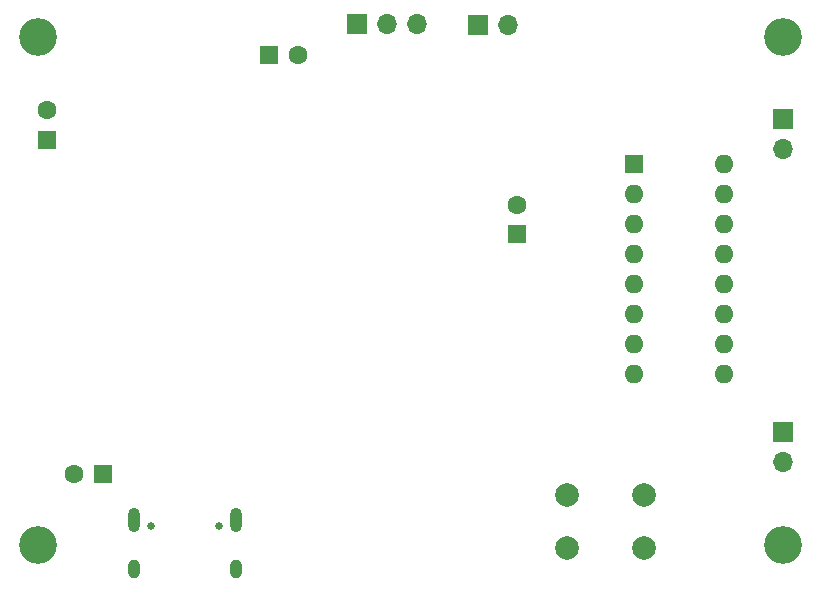
<source format=gbr>
%TF.GenerationSoftware,KiCad,Pcbnew,8.0.0*%
%TF.CreationDate,2024-04-09T18:41:08+07:00*%
%TF.ProjectId,robotika,726f626f-7469-46b6-912e-6b696361645f,rev?*%
%TF.SameCoordinates,Original*%
%TF.FileFunction,Soldermask,Bot*%
%TF.FilePolarity,Negative*%
%FSLAX46Y46*%
G04 Gerber Fmt 4.6, Leading zero omitted, Abs format (unit mm)*
G04 Created by KiCad (PCBNEW 8.0.0) date 2024-04-09 18:41:08*
%MOMM*%
%LPD*%
G01*
G04 APERTURE LIST*
%ADD10R,1.600000X1.600000*%
%ADD11O,1.600000X1.600000*%
%ADD12R,1.700000X1.700000*%
%ADD13O,1.700000X1.700000*%
%ADD14C,3.200000*%
%ADD15C,2.000000*%
%ADD16C,0.650000*%
%ADD17O,1.000000X2.100000*%
%ADD18O,1.000000X1.600000*%
%ADD19C,1.600000*%
G04 APERTURE END LIST*
D10*
%TO.C,U6*%
X153900000Y-84290000D03*
D11*
X153900000Y-86830000D03*
X153900000Y-89370000D03*
X153900000Y-91910000D03*
X153900000Y-94450000D03*
X153900000Y-96990000D03*
X153900000Y-99530000D03*
X153900000Y-102070000D03*
X161520000Y-102070000D03*
X161520000Y-99530000D03*
X161520000Y-96990000D03*
X161520000Y-94450000D03*
X161520000Y-91910000D03*
X161520000Y-89370000D03*
X161520000Y-86830000D03*
X161520000Y-84290000D03*
%TD*%
D12*
%TO.C,SW2*%
X130450000Y-72420000D03*
D13*
X132990000Y-72420000D03*
X135530000Y-72420000D03*
%TD*%
D12*
%TO.C,J4*%
X166500000Y-80460000D03*
D13*
X166500000Y-83000000D03*
%TD*%
D12*
%TO.C,J3*%
X166500000Y-106960000D03*
D13*
X166500000Y-109500000D03*
%TD*%
D12*
%TO.C,J2*%
X140725000Y-72500000D03*
D13*
X143265000Y-72500000D03*
%TD*%
D14*
%TO.C,H4*%
X103500000Y-73500000D03*
%TD*%
%TO.C,H3*%
X103500000Y-116500000D03*
%TD*%
%TO.C,H2*%
X166500000Y-73500000D03*
%TD*%
%TO.C,H1*%
X166500000Y-116500000D03*
%TD*%
D15*
%TO.C,SW1*%
X148250000Y-112250000D03*
X154750000Y-112250000D03*
X148250000Y-116750000D03*
X154750000Y-116750000D03*
%TD*%
D16*
%TO.C,J1*%
X113010000Y-114895000D03*
X118790000Y-114895000D03*
D17*
X111580000Y-114395000D03*
D18*
X111580000Y-118575000D03*
D17*
X120220000Y-114395000D03*
D18*
X120220000Y-118575000D03*
%TD*%
D10*
%TO.C,C10*%
X123000000Y-75000000D03*
D19*
X125500000Y-75000000D03*
%TD*%
D10*
%TO.C,C9*%
X104205112Y-82205112D03*
D19*
X104205112Y-79705112D03*
%TD*%
D10*
%TO.C,C5*%
X144000000Y-90205112D03*
D19*
X144000000Y-87705112D03*
%TD*%
D10*
%TO.C,C1*%
X109000000Y-110500000D03*
D19*
X106500000Y-110500000D03*
%TD*%
M02*

</source>
